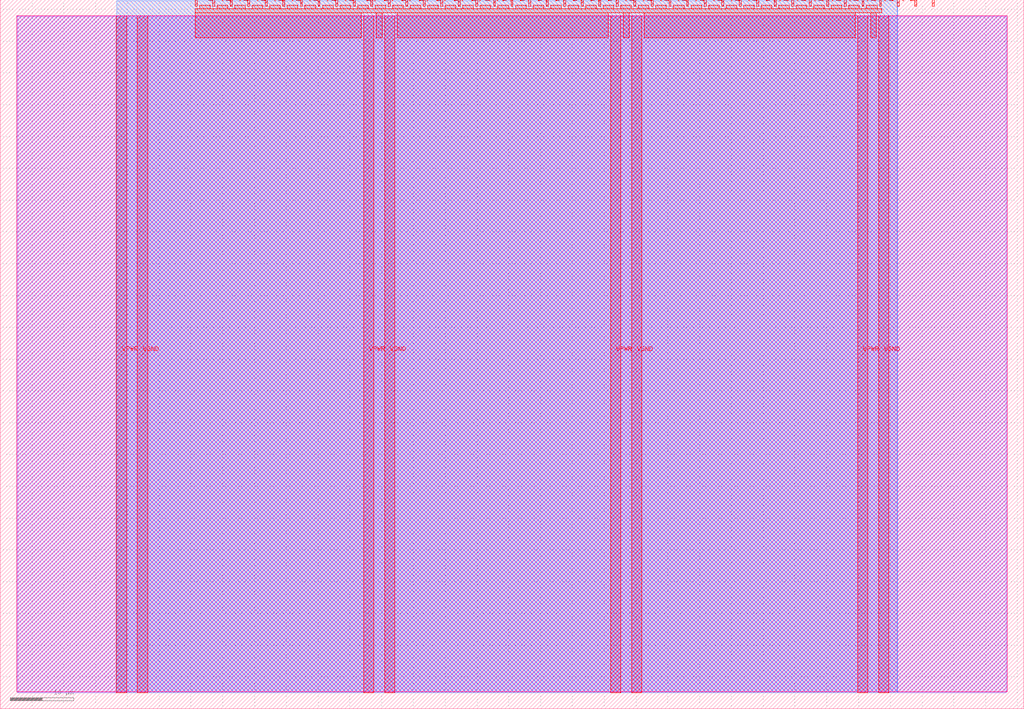
<source format=lef>
VERSION 5.7 ;
  NOWIREEXTENSIONATPIN ON ;
  DIVIDERCHAR "/" ;
  BUSBITCHARS "[]" ;
MACRO tt_um_wokwi_445260761196909569
  CLASS BLOCK ;
  FOREIGN tt_um_wokwi_445260761196909569 ;
  ORIGIN 0.000 0.000 ;
  SIZE 161.000 BY 111.520 ;
  PIN VGND
    DIRECTION INOUT ;
    USE GROUND ;
    PORT
      LAYER met4 ;
        RECT 21.580 2.480 23.180 109.040 ;
    END
    PORT
      LAYER met4 ;
        RECT 60.450 2.480 62.050 109.040 ;
    END
    PORT
      LAYER met4 ;
        RECT 99.320 2.480 100.920 109.040 ;
    END
    PORT
      LAYER met4 ;
        RECT 138.190 2.480 139.790 109.040 ;
    END
  END VGND
  PIN VPWR
    DIRECTION INOUT ;
    USE POWER ;
    PORT
      LAYER met4 ;
        RECT 18.280 2.480 19.880 109.040 ;
    END
    PORT
      LAYER met4 ;
        RECT 57.150 2.480 58.750 109.040 ;
    END
    PORT
      LAYER met4 ;
        RECT 96.020 2.480 97.620 109.040 ;
    END
    PORT
      LAYER met4 ;
        RECT 134.890 2.480 136.490 109.040 ;
    END
  END VPWR
  PIN clk
    DIRECTION INPUT ;
    USE SIGNAL ;
    PORT
      LAYER met4 ;
        RECT 143.830 110.520 144.130 111.520 ;
    END
  END clk
  PIN ena
    DIRECTION INPUT ;
    USE SIGNAL ;
    PORT
      LAYER met4 ;
        RECT 146.590 110.520 146.890 111.520 ;
    END
  END ena
  PIN rst_n
    DIRECTION INPUT ;
    USE SIGNAL ;
    PORT
      LAYER met4 ;
        RECT 141.070 110.520 141.370 111.520 ;
    END
  END rst_n
  PIN ui_in[0]
    DIRECTION INPUT ;
    USE SIGNAL ;
    ANTENNAGATEAREA 0.196500 ;
    PORT
      LAYER met4 ;
        RECT 138.310 110.520 138.610 111.520 ;
    END
  END ui_in[0]
  PIN ui_in[1]
    DIRECTION INPUT ;
    USE SIGNAL ;
    ANTENNAGATEAREA 0.196500 ;
    PORT
      LAYER met4 ;
        RECT 135.550 110.520 135.850 111.520 ;
    END
  END ui_in[1]
  PIN ui_in[2]
    DIRECTION INPUT ;
    USE SIGNAL ;
    ANTENNAGATEAREA 0.196500 ;
    PORT
      LAYER met4 ;
        RECT 132.790 110.520 133.090 111.520 ;
    END
  END ui_in[2]
  PIN ui_in[3]
    DIRECTION INPUT ;
    USE SIGNAL ;
    ANTENNAGATEAREA 0.196500 ;
    PORT
      LAYER met4 ;
        RECT 130.030 110.520 130.330 111.520 ;
    END
  END ui_in[3]
  PIN ui_in[4]
    DIRECTION INPUT ;
    USE SIGNAL ;
    ANTENNAGATEAREA 0.196500 ;
    PORT
      LAYER met4 ;
        RECT 127.270 110.520 127.570 111.520 ;
    END
  END ui_in[4]
  PIN ui_in[5]
    DIRECTION INPUT ;
    USE SIGNAL ;
    ANTENNAGATEAREA 0.196500 ;
    PORT
      LAYER met4 ;
        RECT 124.510 110.520 124.810 111.520 ;
    END
  END ui_in[5]
  PIN ui_in[6]
    DIRECTION INPUT ;
    USE SIGNAL ;
    ANTENNAGATEAREA 0.196500 ;
    PORT
      LAYER met4 ;
        RECT 121.750 110.520 122.050 111.520 ;
    END
  END ui_in[6]
  PIN ui_in[7]
    DIRECTION INPUT ;
    USE SIGNAL ;
    ANTENNAGATEAREA 0.196500 ;
    PORT
      LAYER met4 ;
        RECT 118.990 110.520 119.290 111.520 ;
    END
  END ui_in[7]
  PIN uio_in[0]
    DIRECTION INPUT ;
    USE SIGNAL ;
    PORT
      LAYER met4 ;
        RECT 116.230 110.520 116.530 111.520 ;
    END
  END uio_in[0]
  PIN uio_in[1]
    DIRECTION INPUT ;
    USE SIGNAL ;
    PORT
      LAYER met4 ;
        RECT 113.470 110.520 113.770 111.520 ;
    END
  END uio_in[1]
  PIN uio_in[2]
    DIRECTION INPUT ;
    USE SIGNAL ;
    PORT
      LAYER met4 ;
        RECT 110.710 110.520 111.010 111.520 ;
    END
  END uio_in[2]
  PIN uio_in[3]
    DIRECTION INPUT ;
    USE SIGNAL ;
    PORT
      LAYER met4 ;
        RECT 107.950 110.520 108.250 111.520 ;
    END
  END uio_in[3]
  PIN uio_in[4]
    DIRECTION INPUT ;
    USE SIGNAL ;
    PORT
      LAYER met4 ;
        RECT 105.190 110.520 105.490 111.520 ;
    END
  END uio_in[4]
  PIN uio_in[5]
    DIRECTION INPUT ;
    USE SIGNAL ;
    PORT
      LAYER met4 ;
        RECT 102.430 110.520 102.730 111.520 ;
    END
  END uio_in[5]
  PIN uio_in[6]
    DIRECTION INPUT ;
    USE SIGNAL ;
    PORT
      LAYER met4 ;
        RECT 99.670 110.520 99.970 111.520 ;
    END
  END uio_in[6]
  PIN uio_in[7]
    DIRECTION INPUT ;
    USE SIGNAL ;
    PORT
      LAYER met4 ;
        RECT 96.910 110.520 97.210 111.520 ;
    END
  END uio_in[7]
  PIN uio_oe[0]
    DIRECTION OUTPUT ;
    USE SIGNAL ;
    PORT
      LAYER met4 ;
        RECT 49.990 110.520 50.290 111.520 ;
    END
  END uio_oe[0]
  PIN uio_oe[1]
    DIRECTION OUTPUT ;
    USE SIGNAL ;
    PORT
      LAYER met4 ;
        RECT 47.230 110.520 47.530 111.520 ;
    END
  END uio_oe[1]
  PIN uio_oe[2]
    DIRECTION OUTPUT ;
    USE SIGNAL ;
    PORT
      LAYER met4 ;
        RECT 44.470 110.520 44.770 111.520 ;
    END
  END uio_oe[2]
  PIN uio_oe[3]
    DIRECTION OUTPUT ;
    USE SIGNAL ;
    PORT
      LAYER met4 ;
        RECT 41.710 110.520 42.010 111.520 ;
    END
  END uio_oe[3]
  PIN uio_oe[4]
    DIRECTION OUTPUT ;
    USE SIGNAL ;
    PORT
      LAYER met4 ;
        RECT 38.950 110.520 39.250 111.520 ;
    END
  END uio_oe[4]
  PIN uio_oe[5]
    DIRECTION OUTPUT ;
    USE SIGNAL ;
    PORT
      LAYER met4 ;
        RECT 36.190 110.520 36.490 111.520 ;
    END
  END uio_oe[5]
  PIN uio_oe[6]
    DIRECTION OUTPUT ;
    USE SIGNAL ;
    PORT
      LAYER met4 ;
        RECT 33.430 110.520 33.730 111.520 ;
    END
  END uio_oe[6]
  PIN uio_oe[7]
    DIRECTION OUTPUT ;
    USE SIGNAL ;
    PORT
      LAYER met4 ;
        RECT 30.670 110.520 30.970 111.520 ;
    END
  END uio_oe[7]
  PIN uio_out[0]
    DIRECTION OUTPUT ;
    USE SIGNAL ;
    PORT
      LAYER met4 ;
        RECT 72.070 110.520 72.370 111.520 ;
    END
  END uio_out[0]
  PIN uio_out[1]
    DIRECTION OUTPUT ;
    USE SIGNAL ;
    PORT
      LAYER met4 ;
        RECT 69.310 110.520 69.610 111.520 ;
    END
  END uio_out[1]
  PIN uio_out[2]
    DIRECTION OUTPUT ;
    USE SIGNAL ;
    PORT
      LAYER met4 ;
        RECT 66.550 110.520 66.850 111.520 ;
    END
  END uio_out[2]
  PIN uio_out[3]
    DIRECTION OUTPUT ;
    USE SIGNAL ;
    PORT
      LAYER met4 ;
        RECT 63.790 110.520 64.090 111.520 ;
    END
  END uio_out[3]
  PIN uio_out[4]
    DIRECTION OUTPUT ;
    USE SIGNAL ;
    PORT
      LAYER met4 ;
        RECT 61.030 110.520 61.330 111.520 ;
    END
  END uio_out[4]
  PIN uio_out[5]
    DIRECTION OUTPUT ;
    USE SIGNAL ;
    PORT
      LAYER met4 ;
        RECT 58.270 110.520 58.570 111.520 ;
    END
  END uio_out[5]
  PIN uio_out[6]
    DIRECTION OUTPUT ;
    USE SIGNAL ;
    PORT
      LAYER met4 ;
        RECT 55.510 110.520 55.810 111.520 ;
    END
  END uio_out[6]
  PIN uio_out[7]
    DIRECTION OUTPUT ;
    USE SIGNAL ;
    PORT
      LAYER met4 ;
        RECT 52.750 110.520 53.050 111.520 ;
    END
  END uio_out[7]
  PIN uo_out[0]
    DIRECTION OUTPUT ;
    USE SIGNAL ;
    ANTENNADIFFAREA 0.795200 ;
    PORT
      LAYER met4 ;
        RECT 94.150 110.520 94.450 111.520 ;
    END
  END uo_out[0]
  PIN uo_out[1]
    DIRECTION OUTPUT ;
    USE SIGNAL ;
    ANTENNADIFFAREA 0.445500 ;
    PORT
      LAYER met4 ;
        RECT 91.390 110.520 91.690 111.520 ;
    END
  END uo_out[1]
  PIN uo_out[2]
    DIRECTION OUTPUT ;
    USE SIGNAL ;
    ANTENNADIFFAREA 0.795200 ;
    PORT
      LAYER met4 ;
        RECT 88.630 110.520 88.930 111.520 ;
    END
  END uo_out[2]
  PIN uo_out[3]
    DIRECTION OUTPUT ;
    USE SIGNAL ;
    ANTENNADIFFAREA 0.445500 ;
    PORT
      LAYER met4 ;
        RECT 85.870 110.520 86.170 111.520 ;
    END
  END uo_out[3]
  PIN uo_out[4]
    DIRECTION OUTPUT ;
    USE SIGNAL ;
    ANTENNADIFFAREA 0.445500 ;
    PORT
      LAYER met4 ;
        RECT 83.110 110.520 83.410 111.520 ;
    END
  END uo_out[4]
  PIN uo_out[5]
    DIRECTION OUTPUT ;
    USE SIGNAL ;
    ANTENNADIFFAREA 0.445500 ;
    PORT
      LAYER met4 ;
        RECT 80.350 110.520 80.650 111.520 ;
    END
  END uo_out[5]
  PIN uo_out[6]
    DIRECTION OUTPUT ;
    USE SIGNAL ;
    ANTENNADIFFAREA 0.445500 ;
    PORT
      LAYER met4 ;
        RECT 77.590 110.520 77.890 111.520 ;
    END
  END uo_out[6]
  PIN uo_out[7]
    DIRECTION OUTPUT ;
    USE SIGNAL ;
    ANTENNADIFFAREA 0.445500 ;
    PORT
      LAYER met4 ;
        RECT 74.830 110.520 75.130 111.520 ;
    END
  END uo_out[7]
  OBS
      LAYER nwell ;
        RECT 2.570 2.635 158.430 108.990 ;
      LAYER li1 ;
        RECT 2.760 2.635 158.240 108.885 ;
      LAYER met1 ;
        RECT 2.760 2.480 158.240 109.040 ;
      LAYER met2 ;
        RECT 18.310 2.535 141.130 111.365 ;
      LAYER met3 ;
        RECT 18.290 2.555 141.155 111.345 ;
      LAYER met4 ;
        RECT 31.370 110.120 33.030 110.665 ;
        RECT 34.130 110.120 35.790 110.665 ;
        RECT 36.890 110.120 38.550 110.665 ;
        RECT 39.650 110.120 41.310 110.665 ;
        RECT 42.410 110.120 44.070 110.665 ;
        RECT 45.170 110.120 46.830 110.665 ;
        RECT 47.930 110.120 49.590 110.665 ;
        RECT 50.690 110.120 52.350 110.665 ;
        RECT 53.450 110.120 55.110 110.665 ;
        RECT 56.210 110.120 57.870 110.665 ;
        RECT 58.970 110.120 60.630 110.665 ;
        RECT 61.730 110.120 63.390 110.665 ;
        RECT 64.490 110.120 66.150 110.665 ;
        RECT 67.250 110.120 68.910 110.665 ;
        RECT 70.010 110.120 71.670 110.665 ;
        RECT 72.770 110.120 74.430 110.665 ;
        RECT 75.530 110.120 77.190 110.665 ;
        RECT 78.290 110.120 79.950 110.665 ;
        RECT 81.050 110.120 82.710 110.665 ;
        RECT 83.810 110.120 85.470 110.665 ;
        RECT 86.570 110.120 88.230 110.665 ;
        RECT 89.330 110.120 90.990 110.665 ;
        RECT 92.090 110.120 93.750 110.665 ;
        RECT 94.850 110.120 96.510 110.665 ;
        RECT 97.610 110.120 99.270 110.665 ;
        RECT 100.370 110.120 102.030 110.665 ;
        RECT 103.130 110.120 104.790 110.665 ;
        RECT 105.890 110.120 107.550 110.665 ;
        RECT 108.650 110.120 110.310 110.665 ;
        RECT 111.410 110.120 113.070 110.665 ;
        RECT 114.170 110.120 115.830 110.665 ;
        RECT 116.930 110.120 118.590 110.665 ;
        RECT 119.690 110.120 121.350 110.665 ;
        RECT 122.450 110.120 124.110 110.665 ;
        RECT 125.210 110.120 126.870 110.665 ;
        RECT 127.970 110.120 129.630 110.665 ;
        RECT 130.730 110.120 132.390 110.665 ;
        RECT 133.490 110.120 135.150 110.665 ;
        RECT 136.250 110.120 137.910 110.665 ;
        RECT 30.655 109.440 138.625 110.120 ;
        RECT 30.655 105.575 56.750 109.440 ;
        RECT 59.150 105.575 60.050 109.440 ;
        RECT 62.450 105.575 95.620 109.440 ;
        RECT 98.020 105.575 98.920 109.440 ;
        RECT 101.320 105.575 134.490 109.440 ;
        RECT 136.890 105.575 137.790 109.440 ;
  END
END tt_um_wokwi_445260761196909569
END LIBRARY


</source>
